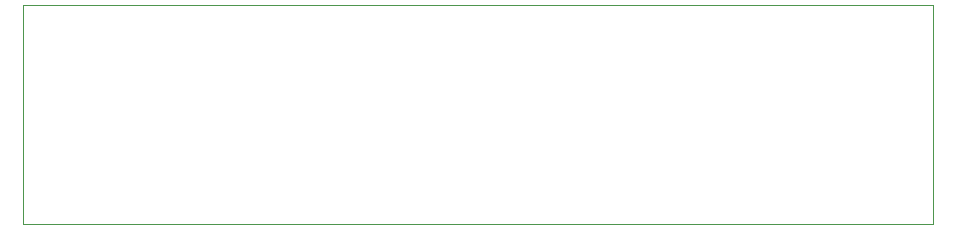
<source format=gbr>
%TF.GenerationSoftware,KiCad,Pcbnew,(6.0.7)*%
%TF.CreationDate,2023-08-08T19:22:38-05:00*%
%TF.ProjectId,PowerDistrubutionBoard,506f7765-7244-4697-9374-727562757469,rev?*%
%TF.SameCoordinates,Original*%
%TF.FileFunction,Profile,NP*%
%FSLAX46Y46*%
G04 Gerber Fmt 4.6, Leading zero omitted, Abs format (unit mm)*
G04 Created by KiCad (PCBNEW (6.0.7)) date 2023-08-08 19:22:38*
%MOMM*%
%LPD*%
G01*
G04 APERTURE LIST*
%TA.AperFunction,Profile*%
%ADD10C,0.100000*%
%TD*%
G04 APERTURE END LIST*
D10*
X99300000Y-85200000D02*
X176300000Y-85200000D01*
X176300000Y-85200000D02*
X176300000Y-103700000D01*
X176300000Y-103700000D02*
X99300000Y-103700000D01*
X99300000Y-103700000D02*
X99300000Y-85200000D01*
M02*

</source>
